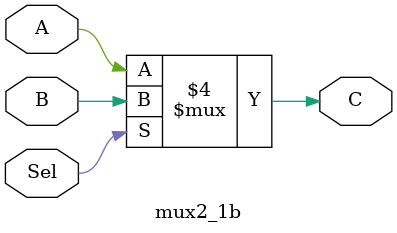
<source format=v>
`timescale 1ns / 1ps


module mux2_1b(
    input wire Sel,
    input wire A,
    input wire B,
    output reg C
    );
    always@(*) begin
        if(!Sel) C = A;
        else C = B;
    end
endmodule

</source>
